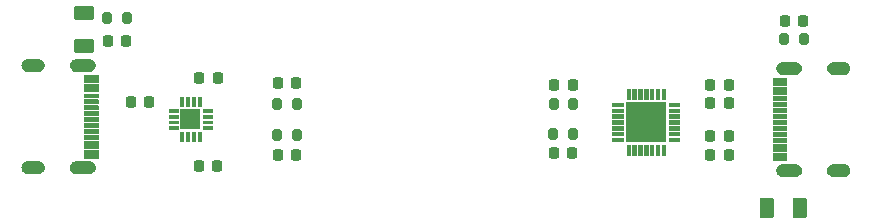
<source format=gtp>
%TF.GenerationSoftware,KiCad,Pcbnew,(6.0.8)*%
%TF.CreationDate,2022-10-14T17:06:17+08:00*%
%TF.ProjectId,UINIO-USB-UART,55494e49-4f2d-4555-9342-2d554152542e,Hank*%
%TF.SameCoordinates,Original*%
%TF.FileFunction,Paste,Top*%
%TF.FilePolarity,Positive*%
%FSLAX46Y46*%
G04 Gerber Fmt 4.6, Leading zero omitted, Abs format (unit mm)*
G04 Created by KiCad (PCBNEW (6.0.8)) date 2022-10-14 17:06:17*
%MOMM*%
%LPD*%
G01*
G04 APERTURE LIST*
G04 Aperture macros list*
%AMRoundRect*
0 Rectangle with rounded corners*
0 $1 Rounding radius*
0 $2 $3 $4 $5 $6 $7 $8 $9 X,Y pos of 4 corners*
0 Add a 4 corners polygon primitive as box body*
4,1,4,$2,$3,$4,$5,$6,$7,$8,$9,$2,$3,0*
0 Add four circle primitives for the rounded corners*
1,1,$1+$1,$2,$3*
1,1,$1+$1,$4,$5*
1,1,$1+$1,$6,$7*
1,1,$1+$1,$8,$9*
0 Add four rect primitives between the rounded corners*
20,1,$1+$1,$2,$3,$4,$5,0*
20,1,$1+$1,$4,$5,$6,$7,0*
20,1,$1+$1,$6,$7,$8,$9,0*
20,1,$1+$1,$8,$9,$2,$3,0*%
G04 Aperture macros list end*
%ADD10C,0.120000*%
%ADD11RoundRect,0.250000X-0.375000X-0.625000X0.375000X-0.625000X0.375000X0.625000X-0.375000X0.625000X0*%
%ADD12RoundRect,0.225000X-0.225000X-0.250000X0.225000X-0.250000X0.225000X0.250000X-0.225000X0.250000X0*%
%ADD13RoundRect,0.218750X0.218750X0.256250X-0.218750X0.256250X-0.218750X-0.256250X0.218750X-0.256250X0*%
%ADD14RoundRect,0.200000X-0.200000X-0.275000X0.200000X-0.275000X0.200000X0.275000X-0.200000X0.275000X0*%
%ADD15RoundRect,0.250000X0.625000X-0.375000X0.625000X0.375000X-0.625000X0.375000X-0.625000X-0.375000X0*%
%ADD16R,1.150000X0.600000*%
%ADD17R,1.150000X0.300000*%
%ADD18R,0.905000X0.280000*%
%ADD19R,0.280000X0.905000*%
%ADD20R,3.350000X3.350000*%
%ADD21RoundRect,0.225000X0.225000X0.250000X-0.225000X0.250000X-0.225000X-0.250000X0.225000X-0.250000X0*%
%ADD22RoundRect,0.200000X0.200000X0.275000X-0.200000X0.275000X-0.200000X-0.275000X0.200000X-0.275000X0*%
%ADD23RoundRect,0.218750X-0.218750X-0.256250X0.218750X-0.256250X0.218750X0.256250X-0.218750X0.256250X0*%
%ADD24R,0.250000X0.750000*%
%ADD25R,0.750000X0.250000*%
%ADD26R,1.700000X1.700000*%
G04 APERTURE END LIST*
%TO.C,USB2*%
G36*
X190291700Y-98420000D02*
G01*
X189141700Y-98420000D01*
X189141700Y-98120000D01*
X190291700Y-98120000D01*
X190291700Y-98420000D01*
G37*
D10*
X190291700Y-98420000D02*
X189141700Y-98420000D01*
X189141700Y-98120000D01*
X190291700Y-98120000D01*
X190291700Y-98420000D01*
G36*
X190291700Y-97120000D02*
G01*
X189141700Y-97120000D01*
X189141700Y-96520000D01*
X190291700Y-96520000D01*
X190291700Y-97120000D01*
G37*
X190291700Y-97120000D02*
X189141700Y-97120000D01*
X189141700Y-96520000D01*
X190291700Y-96520000D01*
X190291700Y-97120000D01*
G36*
X190291700Y-97920000D02*
G01*
X189141700Y-97920000D01*
X189141700Y-97320000D01*
X190291700Y-97320000D01*
X190291700Y-97920000D01*
G37*
X190291700Y-97920000D02*
X189141700Y-97920000D01*
X189141700Y-97320000D01*
X190291700Y-97320000D01*
X190291700Y-97920000D01*
G36*
X190291700Y-101920000D02*
G01*
X189141700Y-101920000D01*
X189141700Y-101620000D01*
X190291700Y-101620000D01*
X190291700Y-101920000D01*
G37*
X190291700Y-101920000D02*
X189141700Y-101920000D01*
X189141700Y-101620000D01*
X190291700Y-101620000D01*
X190291700Y-101920000D01*
G36*
X190291700Y-100920000D02*
G01*
X189141700Y-100920000D01*
X189141700Y-100620000D01*
X190291700Y-100620000D01*
X190291700Y-100920000D01*
G37*
X190291700Y-100920000D02*
X189141700Y-100920000D01*
X189141700Y-100620000D01*
X190291700Y-100620000D01*
X190291700Y-100920000D01*
G36*
X190291700Y-101420000D02*
G01*
X189141700Y-101420000D01*
X189141700Y-101120000D01*
X190291700Y-101120000D01*
X190291700Y-101420000D01*
G37*
X190291700Y-101420000D02*
X189141700Y-101420000D01*
X189141700Y-101120000D01*
X190291700Y-101120000D01*
X190291700Y-101420000D01*
G36*
X190291700Y-103520000D02*
G01*
X189141700Y-103520000D01*
X189141700Y-102920000D01*
X190291700Y-102920000D01*
X190291700Y-103520000D01*
G37*
X190291700Y-103520000D02*
X189141700Y-103520000D01*
X189141700Y-102920000D01*
X190291700Y-102920000D01*
X190291700Y-103520000D01*
G36*
X190291700Y-99920000D02*
G01*
X189141700Y-99920000D01*
X189141700Y-99620000D01*
X190291700Y-99620000D01*
X190291700Y-99920000D01*
G37*
X190291700Y-99920000D02*
X189141700Y-99920000D01*
X189141700Y-99620000D01*
X190291700Y-99620000D01*
X190291700Y-99920000D01*
G36*
X190291700Y-99420000D02*
G01*
X189141700Y-99420000D01*
X189141700Y-99120000D01*
X190291700Y-99120000D01*
X190291700Y-99420000D01*
G37*
X190291700Y-99420000D02*
X189141700Y-99420000D01*
X189141700Y-99120000D01*
X190291700Y-99120000D01*
X190291700Y-99420000D01*
G36*
X195226700Y-95205000D02*
G01*
X195320700Y-95233000D01*
X195406700Y-95279000D01*
X195482700Y-95341000D01*
X195544700Y-95417000D01*
X195590700Y-95504000D01*
X195619700Y-95597000D01*
X195628700Y-95695000D01*
X195619700Y-95793000D01*
X195590700Y-95886000D01*
X195544700Y-95973000D01*
X195482700Y-96049000D01*
X195406700Y-96111000D01*
X195320700Y-96157000D01*
X195226700Y-96185000D01*
X195128700Y-96195000D01*
X194228700Y-96195000D01*
X194131700Y-96185000D01*
X194037700Y-96157000D01*
X193951700Y-96111000D01*
X193875700Y-96049000D01*
X193813700Y-95973000D01*
X193766700Y-95886000D01*
X193738700Y-95793000D01*
X193728700Y-95695000D01*
X193738700Y-95597000D01*
X193766700Y-95504000D01*
X193813700Y-95417000D01*
X193875700Y-95341000D01*
X193951700Y-95279000D01*
X194037700Y-95233000D01*
X194131700Y-95205000D01*
X194228700Y-95195000D01*
X195128700Y-95195000D01*
X195226700Y-95205000D01*
G37*
X195226700Y-95205000D02*
X195320700Y-95233000D01*
X195406700Y-95279000D01*
X195482700Y-95341000D01*
X195544700Y-95417000D01*
X195590700Y-95504000D01*
X195619700Y-95597000D01*
X195628700Y-95695000D01*
X195619700Y-95793000D01*
X195590700Y-95886000D01*
X195544700Y-95973000D01*
X195482700Y-96049000D01*
X195406700Y-96111000D01*
X195320700Y-96157000D01*
X195226700Y-96185000D01*
X195128700Y-96195000D01*
X194228700Y-96195000D01*
X194131700Y-96185000D01*
X194037700Y-96157000D01*
X193951700Y-96111000D01*
X193875700Y-96049000D01*
X193813700Y-95973000D01*
X193766700Y-95886000D01*
X193738700Y-95793000D01*
X193728700Y-95695000D01*
X193738700Y-95597000D01*
X193766700Y-95504000D01*
X193813700Y-95417000D01*
X193875700Y-95341000D01*
X193951700Y-95279000D01*
X194037700Y-95233000D01*
X194131700Y-95205000D01*
X194228700Y-95195000D01*
X195128700Y-95195000D01*
X195226700Y-95205000D01*
G36*
X195226700Y-103855000D02*
G01*
X195320700Y-103883000D01*
X195406700Y-103929000D01*
X195482700Y-103991000D01*
X195544700Y-104067000D01*
X195590700Y-104154000D01*
X195619700Y-104247000D01*
X195628700Y-104345000D01*
X195619700Y-104443000D01*
X195590700Y-104536000D01*
X195544700Y-104623000D01*
X195482700Y-104699000D01*
X195406700Y-104761000D01*
X195320700Y-104807000D01*
X195226700Y-104835000D01*
X195128700Y-104845000D01*
X194228700Y-104845000D01*
X194131700Y-104835000D01*
X194037700Y-104807000D01*
X193951700Y-104761000D01*
X193875700Y-104699000D01*
X193813700Y-104623000D01*
X193766700Y-104536000D01*
X193738700Y-104443000D01*
X193728700Y-104345000D01*
X193738700Y-104247000D01*
X193766700Y-104154000D01*
X193813700Y-104067000D01*
X193875700Y-103991000D01*
X193951700Y-103929000D01*
X194037700Y-103883000D01*
X194131700Y-103855000D01*
X194228700Y-103845000D01*
X195128700Y-103845000D01*
X195226700Y-103855000D01*
G37*
X195226700Y-103855000D02*
X195320700Y-103883000D01*
X195406700Y-103929000D01*
X195482700Y-103991000D01*
X195544700Y-104067000D01*
X195590700Y-104154000D01*
X195619700Y-104247000D01*
X195628700Y-104345000D01*
X195619700Y-104443000D01*
X195590700Y-104536000D01*
X195544700Y-104623000D01*
X195482700Y-104699000D01*
X195406700Y-104761000D01*
X195320700Y-104807000D01*
X195226700Y-104835000D01*
X195128700Y-104845000D01*
X194228700Y-104845000D01*
X194131700Y-104835000D01*
X194037700Y-104807000D01*
X193951700Y-104761000D01*
X193875700Y-104699000D01*
X193813700Y-104623000D01*
X193766700Y-104536000D01*
X193738700Y-104443000D01*
X193728700Y-104345000D01*
X193738700Y-104247000D01*
X193766700Y-104154000D01*
X193813700Y-104067000D01*
X193875700Y-103991000D01*
X193951700Y-103929000D01*
X194037700Y-103883000D01*
X194131700Y-103855000D01*
X194228700Y-103845000D01*
X195128700Y-103845000D01*
X195226700Y-103855000D01*
G36*
X190291700Y-98920000D02*
G01*
X189141700Y-98920000D01*
X189141700Y-98620000D01*
X190291700Y-98620000D01*
X190291700Y-98920000D01*
G37*
X190291700Y-98920000D02*
X189141700Y-98920000D01*
X189141700Y-98620000D01*
X190291700Y-98620000D01*
X190291700Y-98920000D01*
G36*
X190291700Y-102720000D02*
G01*
X189141700Y-102720000D01*
X189141700Y-102120000D01*
X190291700Y-102120000D01*
X190291700Y-102720000D01*
G37*
X190291700Y-102720000D02*
X189141700Y-102720000D01*
X189141700Y-102120000D01*
X190291700Y-102120000D01*
X190291700Y-102720000D01*
G36*
X191126700Y-103855000D02*
G01*
X191220700Y-103883000D01*
X191306700Y-103929000D01*
X191382700Y-103991000D01*
X191444700Y-104067000D01*
X191490700Y-104154000D01*
X191519700Y-104247000D01*
X191528700Y-104345000D01*
X191519700Y-104443000D01*
X191490700Y-104536000D01*
X191444700Y-104623000D01*
X191382700Y-104699000D01*
X191306700Y-104761000D01*
X191220700Y-104807000D01*
X191126700Y-104835000D01*
X191028700Y-104845000D01*
X189928700Y-104845000D01*
X189831700Y-104835000D01*
X189737700Y-104807000D01*
X189651700Y-104761000D01*
X189575700Y-104699000D01*
X189513700Y-104623000D01*
X189466700Y-104536000D01*
X189438700Y-104443000D01*
X189428700Y-104345000D01*
X189438700Y-104247000D01*
X189466700Y-104154000D01*
X189513700Y-104067000D01*
X189575700Y-103991000D01*
X189651700Y-103929000D01*
X189737700Y-103883000D01*
X189831700Y-103855000D01*
X189928700Y-103845000D01*
X191028700Y-103845000D01*
X191126700Y-103855000D01*
G37*
X191126700Y-103855000D02*
X191220700Y-103883000D01*
X191306700Y-103929000D01*
X191382700Y-103991000D01*
X191444700Y-104067000D01*
X191490700Y-104154000D01*
X191519700Y-104247000D01*
X191528700Y-104345000D01*
X191519700Y-104443000D01*
X191490700Y-104536000D01*
X191444700Y-104623000D01*
X191382700Y-104699000D01*
X191306700Y-104761000D01*
X191220700Y-104807000D01*
X191126700Y-104835000D01*
X191028700Y-104845000D01*
X189928700Y-104845000D01*
X189831700Y-104835000D01*
X189737700Y-104807000D01*
X189651700Y-104761000D01*
X189575700Y-104699000D01*
X189513700Y-104623000D01*
X189466700Y-104536000D01*
X189438700Y-104443000D01*
X189428700Y-104345000D01*
X189438700Y-104247000D01*
X189466700Y-104154000D01*
X189513700Y-104067000D01*
X189575700Y-103991000D01*
X189651700Y-103929000D01*
X189737700Y-103883000D01*
X189831700Y-103855000D01*
X189928700Y-103845000D01*
X191028700Y-103845000D01*
X191126700Y-103855000D01*
G36*
X191126700Y-95205000D02*
G01*
X191220700Y-95233000D01*
X191306700Y-95279000D01*
X191382700Y-95341000D01*
X191444700Y-95417000D01*
X191490700Y-95504000D01*
X191519700Y-95597000D01*
X191528700Y-95695000D01*
X191519700Y-95793000D01*
X191490700Y-95886000D01*
X191444700Y-95973000D01*
X191382700Y-96049000D01*
X191306700Y-96111000D01*
X191220700Y-96157000D01*
X191126700Y-96185000D01*
X191028700Y-96195000D01*
X189928700Y-96195000D01*
X189831700Y-96185000D01*
X189737700Y-96157000D01*
X189651700Y-96111000D01*
X189575700Y-96049000D01*
X189513700Y-95973000D01*
X189466700Y-95886000D01*
X189438700Y-95793000D01*
X189428700Y-95695000D01*
X189438700Y-95597000D01*
X189466700Y-95504000D01*
X189513700Y-95417000D01*
X189575700Y-95341000D01*
X189651700Y-95279000D01*
X189737700Y-95233000D01*
X189831700Y-95205000D01*
X189928700Y-95195000D01*
X191028700Y-95195000D01*
X191126700Y-95205000D01*
G37*
X191126700Y-95205000D02*
X191220700Y-95233000D01*
X191306700Y-95279000D01*
X191382700Y-95341000D01*
X191444700Y-95417000D01*
X191490700Y-95504000D01*
X191519700Y-95597000D01*
X191528700Y-95695000D01*
X191519700Y-95793000D01*
X191490700Y-95886000D01*
X191444700Y-95973000D01*
X191382700Y-96049000D01*
X191306700Y-96111000D01*
X191220700Y-96157000D01*
X191126700Y-96185000D01*
X191028700Y-96195000D01*
X189928700Y-96195000D01*
X189831700Y-96185000D01*
X189737700Y-96157000D01*
X189651700Y-96111000D01*
X189575700Y-96049000D01*
X189513700Y-95973000D01*
X189466700Y-95886000D01*
X189438700Y-95793000D01*
X189428700Y-95695000D01*
X189438700Y-95597000D01*
X189466700Y-95504000D01*
X189513700Y-95417000D01*
X189575700Y-95341000D01*
X189651700Y-95279000D01*
X189737700Y-95233000D01*
X189831700Y-95205000D01*
X189928700Y-95195000D01*
X191028700Y-95195000D01*
X191126700Y-95205000D01*
G36*
X190291700Y-100420000D02*
G01*
X189141700Y-100420000D01*
X189141700Y-100120000D01*
X190291700Y-100120000D01*
X190291700Y-100420000D01*
G37*
X190291700Y-100420000D02*
X189141700Y-100420000D01*
X189141700Y-100120000D01*
X190291700Y-100120000D01*
X190291700Y-100420000D01*
%TO.C,U1*%
G36*
X181220000Y-101400000D02*
G01*
X180315000Y-101400000D01*
X180315000Y-101120000D01*
X181220000Y-101120000D01*
X181220000Y-101400000D01*
G37*
X181220000Y-101400000D02*
X180315000Y-101400000D01*
X180315000Y-101120000D01*
X181220000Y-101120000D01*
X181220000Y-101400000D01*
G36*
X177030000Y-103090000D02*
G01*
X176750000Y-103090000D01*
X176750000Y-102185000D01*
X177030000Y-102185000D01*
X177030000Y-103090000D01*
G37*
X177030000Y-103090000D02*
X176750000Y-103090000D01*
X176750000Y-102185000D01*
X177030000Y-102185000D01*
X177030000Y-103090000D01*
G36*
X180030000Y-103090000D02*
G01*
X179750000Y-103090000D01*
X179750000Y-102185000D01*
X180030000Y-102185000D01*
X180030000Y-103090000D01*
G37*
X180030000Y-103090000D02*
X179750000Y-103090000D01*
X179750000Y-102185000D01*
X180030000Y-102185000D01*
X180030000Y-103090000D01*
G36*
X177530000Y-103090000D02*
G01*
X177250000Y-103090000D01*
X177250000Y-102185000D01*
X177530000Y-102185000D01*
X177530000Y-103090000D01*
G37*
X177530000Y-103090000D02*
X177250000Y-103090000D01*
X177250000Y-102185000D01*
X177530000Y-102185000D01*
X177530000Y-103090000D01*
G36*
X176465000Y-100400000D02*
G01*
X175560000Y-100400000D01*
X175560000Y-100120000D01*
X176465000Y-100120000D01*
X176465000Y-100400000D01*
G37*
X176465000Y-100400000D02*
X175560000Y-100400000D01*
X175560000Y-100120000D01*
X176465000Y-100120000D01*
X176465000Y-100400000D01*
G36*
X176465000Y-100900000D02*
G01*
X175560000Y-100900000D01*
X175560000Y-100620000D01*
X176465000Y-100620000D01*
X176465000Y-100900000D01*
G37*
X176465000Y-100900000D02*
X175560000Y-100900000D01*
X175560000Y-100620000D01*
X176465000Y-100620000D01*
X176465000Y-100900000D01*
G36*
X179530000Y-98335000D02*
G01*
X179250000Y-98335000D01*
X179250000Y-97430000D01*
X179530000Y-97430000D01*
X179530000Y-98335000D01*
G37*
X179530000Y-98335000D02*
X179250000Y-98335000D01*
X179250000Y-97430000D01*
X179530000Y-97430000D01*
X179530000Y-98335000D01*
G36*
X180030000Y-98335000D02*
G01*
X179750000Y-98335000D01*
X179750000Y-97430000D01*
X180030000Y-97430000D01*
X180030000Y-98335000D01*
G37*
X180030000Y-98335000D02*
X179750000Y-98335000D01*
X179750000Y-97430000D01*
X180030000Y-97430000D01*
X180030000Y-98335000D01*
G36*
X176465000Y-99400000D02*
G01*
X175560000Y-99400000D01*
X175560000Y-99120000D01*
X176465000Y-99120000D01*
X176465000Y-99400000D01*
G37*
X176465000Y-99400000D02*
X175560000Y-99400000D01*
X175560000Y-99120000D01*
X176465000Y-99120000D01*
X176465000Y-99400000D01*
G36*
X176465000Y-98900000D02*
G01*
X175560000Y-98900000D01*
X175560000Y-98620000D01*
X176465000Y-98620000D01*
X176465000Y-98900000D01*
G37*
X176465000Y-98900000D02*
X175560000Y-98900000D01*
X175560000Y-98620000D01*
X176465000Y-98620000D01*
X176465000Y-98900000D01*
G36*
X177530000Y-98335000D02*
G01*
X177250000Y-98335000D01*
X177250000Y-97430000D01*
X177530000Y-97430000D01*
X177530000Y-98335000D01*
G37*
X177530000Y-98335000D02*
X177250000Y-98335000D01*
X177250000Y-97430000D01*
X177530000Y-97430000D01*
X177530000Y-98335000D01*
G36*
X181220000Y-100400000D02*
G01*
X180315000Y-100400000D01*
X180315000Y-100120000D01*
X181220000Y-100120000D01*
X181220000Y-100400000D01*
G37*
X181220000Y-100400000D02*
X180315000Y-100400000D01*
X180315000Y-100120000D01*
X181220000Y-100120000D01*
X181220000Y-100400000D01*
G36*
X179030000Y-103090000D02*
G01*
X178750000Y-103090000D01*
X178750000Y-102185000D01*
X179030000Y-102185000D01*
X179030000Y-103090000D01*
G37*
X179030000Y-103090000D02*
X178750000Y-103090000D01*
X178750000Y-102185000D01*
X179030000Y-102185000D01*
X179030000Y-103090000D01*
G36*
X179530000Y-103090000D02*
G01*
X179250000Y-103090000D01*
X179250000Y-102185000D01*
X179530000Y-102185000D01*
X179530000Y-103090000D01*
G37*
X179530000Y-103090000D02*
X179250000Y-103090000D01*
X179250000Y-102185000D01*
X179530000Y-102185000D01*
X179530000Y-103090000D01*
G36*
X178530000Y-103090000D02*
G01*
X178250000Y-103090000D01*
X178250000Y-102185000D01*
X178530000Y-102185000D01*
X178530000Y-103090000D01*
G37*
X178530000Y-103090000D02*
X178250000Y-103090000D01*
X178250000Y-102185000D01*
X178530000Y-102185000D01*
X178530000Y-103090000D01*
G36*
X181220000Y-99400000D02*
G01*
X180315000Y-99400000D01*
X180315000Y-99120000D01*
X181220000Y-99120000D01*
X181220000Y-99400000D01*
G37*
X181220000Y-99400000D02*
X180315000Y-99400000D01*
X180315000Y-99120000D01*
X181220000Y-99120000D01*
X181220000Y-99400000D01*
G36*
X181220000Y-99900000D02*
G01*
X180315000Y-99900000D01*
X180315000Y-99620000D01*
X181220000Y-99620000D01*
X181220000Y-99900000D01*
G37*
X181220000Y-99900000D02*
X180315000Y-99900000D01*
X180315000Y-99620000D01*
X181220000Y-99620000D01*
X181220000Y-99900000D01*
G36*
X177030000Y-98335000D02*
G01*
X176750000Y-98335000D01*
X176750000Y-97430000D01*
X177030000Y-97430000D01*
X177030000Y-98335000D01*
G37*
X177030000Y-98335000D02*
X176750000Y-98335000D01*
X176750000Y-97430000D01*
X177030000Y-97430000D01*
X177030000Y-98335000D01*
G36*
X178530000Y-98335000D02*
G01*
X178250000Y-98335000D01*
X178250000Y-97430000D01*
X178530000Y-97430000D01*
X178530000Y-98335000D01*
G37*
X178530000Y-98335000D02*
X178250000Y-98335000D01*
X178250000Y-97430000D01*
X178530000Y-97430000D01*
X178530000Y-98335000D01*
G36*
X179740000Y-101610000D02*
G01*
X177040000Y-101610000D01*
X177040000Y-98910000D01*
X179740000Y-98910000D01*
X179740000Y-101610000D01*
G37*
X179740000Y-101610000D02*
X177040000Y-101610000D01*
X177040000Y-98910000D01*
X179740000Y-98910000D01*
X179740000Y-101610000D01*
G36*
X181220000Y-98900000D02*
G01*
X180315000Y-98900000D01*
X180315000Y-98620000D01*
X181220000Y-98620000D01*
X181220000Y-98900000D01*
G37*
X181220000Y-98900000D02*
X180315000Y-98900000D01*
X180315000Y-98620000D01*
X181220000Y-98620000D01*
X181220000Y-98900000D01*
G36*
X181220000Y-100900000D02*
G01*
X180315000Y-100900000D01*
X180315000Y-100620000D01*
X181220000Y-100620000D01*
X181220000Y-100900000D01*
G37*
X181220000Y-100900000D02*
X180315000Y-100900000D01*
X180315000Y-100620000D01*
X181220000Y-100620000D01*
X181220000Y-100900000D01*
G36*
X179030000Y-98335000D02*
G01*
X178750000Y-98335000D01*
X178750000Y-97430000D01*
X179030000Y-97430000D01*
X179030000Y-98335000D01*
G37*
X179030000Y-98335000D02*
X178750000Y-98335000D01*
X178750000Y-97430000D01*
X179030000Y-97430000D01*
X179030000Y-98335000D01*
G36*
X176465000Y-101900000D02*
G01*
X175560000Y-101900000D01*
X175560000Y-101620000D01*
X176465000Y-101620000D01*
X176465000Y-101900000D01*
G37*
X176465000Y-101900000D02*
X175560000Y-101900000D01*
X175560000Y-101620000D01*
X176465000Y-101620000D01*
X176465000Y-101900000D01*
G36*
X181220000Y-101900000D02*
G01*
X180315000Y-101900000D01*
X180315000Y-101620000D01*
X181220000Y-101620000D01*
X181220000Y-101900000D01*
G37*
X181220000Y-101900000D02*
X180315000Y-101900000D01*
X180315000Y-101620000D01*
X181220000Y-101620000D01*
X181220000Y-101900000D01*
G36*
X176465000Y-101400000D02*
G01*
X175560000Y-101400000D01*
X175560000Y-101120000D01*
X176465000Y-101120000D01*
X176465000Y-101400000D01*
G37*
X176465000Y-101400000D02*
X175560000Y-101400000D01*
X175560000Y-101120000D01*
X176465000Y-101120000D01*
X176465000Y-101400000D01*
G36*
X176465000Y-99900000D02*
G01*
X175560000Y-99900000D01*
X175560000Y-99620000D01*
X176465000Y-99620000D01*
X176465000Y-99900000D01*
G37*
X176465000Y-99900000D02*
X175560000Y-99900000D01*
X175560000Y-99620000D01*
X176465000Y-99620000D01*
X176465000Y-99900000D01*
G36*
X178030000Y-103090000D02*
G01*
X177750000Y-103090000D01*
X177750000Y-102185000D01*
X178030000Y-102185000D01*
X178030000Y-103090000D01*
G37*
X178030000Y-103090000D02*
X177750000Y-103090000D01*
X177750000Y-102185000D01*
X178030000Y-102185000D01*
X178030000Y-103090000D01*
G36*
X178030000Y-98335000D02*
G01*
X177750000Y-98335000D01*
X177750000Y-97430000D01*
X178030000Y-97430000D01*
X178030000Y-98335000D01*
G37*
X178030000Y-98335000D02*
X177750000Y-98335000D01*
X177750000Y-97430000D01*
X178030000Y-97430000D01*
X178030000Y-98335000D01*
%TO.C,USB1*%
G36*
X127018500Y-103605000D02*
G01*
X127112500Y-103633000D01*
X127198500Y-103679000D01*
X127274500Y-103741000D01*
X127336500Y-103817000D01*
X127383500Y-103904000D01*
X127411500Y-103997000D01*
X127421500Y-104095000D01*
X127411500Y-104193000D01*
X127383500Y-104286000D01*
X127336500Y-104373000D01*
X127274500Y-104449000D01*
X127198500Y-104511000D01*
X127112500Y-104557000D01*
X127018500Y-104585000D01*
X126921500Y-104595000D01*
X126021500Y-104595000D01*
X125923500Y-104585000D01*
X125829500Y-104557000D01*
X125743500Y-104511000D01*
X125667500Y-104449000D01*
X125605500Y-104373000D01*
X125559500Y-104286000D01*
X125530500Y-104193000D01*
X125521500Y-104095000D01*
X125530500Y-103997000D01*
X125559500Y-103904000D01*
X125605500Y-103817000D01*
X125667500Y-103741000D01*
X125743500Y-103679000D01*
X125829500Y-103633000D01*
X125923500Y-103605000D01*
X126021500Y-103595000D01*
X126921500Y-103595000D01*
X127018500Y-103605000D01*
G37*
X127018500Y-103605000D02*
X127112500Y-103633000D01*
X127198500Y-103679000D01*
X127274500Y-103741000D01*
X127336500Y-103817000D01*
X127383500Y-103904000D01*
X127411500Y-103997000D01*
X127421500Y-104095000D01*
X127411500Y-104193000D01*
X127383500Y-104286000D01*
X127336500Y-104373000D01*
X127274500Y-104449000D01*
X127198500Y-104511000D01*
X127112500Y-104557000D01*
X127018500Y-104585000D01*
X126921500Y-104595000D01*
X126021500Y-104595000D01*
X125923500Y-104585000D01*
X125829500Y-104557000D01*
X125743500Y-104511000D01*
X125667500Y-104449000D01*
X125605500Y-104373000D01*
X125559500Y-104286000D01*
X125530500Y-104193000D01*
X125521500Y-104095000D01*
X125530500Y-103997000D01*
X125559500Y-103904000D01*
X125605500Y-103817000D01*
X125667500Y-103741000D01*
X125743500Y-103679000D01*
X125829500Y-103633000D01*
X125923500Y-103605000D01*
X126021500Y-103595000D01*
X126921500Y-103595000D01*
X127018500Y-103605000D01*
G36*
X131318500Y-103605000D02*
G01*
X131412500Y-103633000D01*
X131498500Y-103679000D01*
X131574500Y-103741000D01*
X131636500Y-103817000D01*
X131683500Y-103904000D01*
X131711500Y-103997000D01*
X131721500Y-104095000D01*
X131711500Y-104193000D01*
X131683500Y-104286000D01*
X131636500Y-104373000D01*
X131574500Y-104449000D01*
X131498500Y-104511000D01*
X131412500Y-104557000D01*
X131318500Y-104585000D01*
X131221500Y-104595000D01*
X130121500Y-104595000D01*
X130023500Y-104585000D01*
X129929500Y-104557000D01*
X129843500Y-104511000D01*
X129767500Y-104449000D01*
X129705500Y-104373000D01*
X129659500Y-104286000D01*
X129630500Y-104193000D01*
X129621500Y-104095000D01*
X129630500Y-103997000D01*
X129659500Y-103904000D01*
X129705500Y-103817000D01*
X129767500Y-103741000D01*
X129843500Y-103679000D01*
X129929500Y-103633000D01*
X130023500Y-103605000D01*
X130121500Y-103595000D01*
X131221500Y-103595000D01*
X131318500Y-103605000D01*
G37*
X131318500Y-103605000D02*
X131412500Y-103633000D01*
X131498500Y-103679000D01*
X131574500Y-103741000D01*
X131636500Y-103817000D01*
X131683500Y-103904000D01*
X131711500Y-103997000D01*
X131721500Y-104095000D01*
X131711500Y-104193000D01*
X131683500Y-104286000D01*
X131636500Y-104373000D01*
X131574500Y-104449000D01*
X131498500Y-104511000D01*
X131412500Y-104557000D01*
X131318500Y-104585000D01*
X131221500Y-104595000D01*
X130121500Y-104595000D01*
X130023500Y-104585000D01*
X129929500Y-104557000D01*
X129843500Y-104511000D01*
X129767500Y-104449000D01*
X129705500Y-104373000D01*
X129659500Y-104286000D01*
X129630500Y-104193000D01*
X129621500Y-104095000D01*
X129630500Y-103997000D01*
X129659500Y-103904000D01*
X129705500Y-103817000D01*
X129767500Y-103741000D01*
X129843500Y-103679000D01*
X129929500Y-103633000D01*
X130023500Y-103605000D01*
X130121500Y-103595000D01*
X131221500Y-103595000D01*
X131318500Y-103605000D01*
G36*
X131318500Y-94955000D02*
G01*
X131412500Y-94983000D01*
X131498500Y-95029000D01*
X131574500Y-95091000D01*
X131636500Y-95167000D01*
X131683500Y-95254000D01*
X131711500Y-95347000D01*
X131721500Y-95445000D01*
X131711500Y-95543000D01*
X131683500Y-95636000D01*
X131636500Y-95723000D01*
X131574500Y-95799000D01*
X131498500Y-95861000D01*
X131412500Y-95907000D01*
X131318500Y-95935000D01*
X131221500Y-95945000D01*
X130121500Y-95945000D01*
X130023500Y-95935000D01*
X129929500Y-95907000D01*
X129843500Y-95861000D01*
X129767500Y-95799000D01*
X129705500Y-95723000D01*
X129659500Y-95636000D01*
X129630500Y-95543000D01*
X129621500Y-95445000D01*
X129630500Y-95347000D01*
X129659500Y-95254000D01*
X129705500Y-95167000D01*
X129767500Y-95091000D01*
X129843500Y-95029000D01*
X129929500Y-94983000D01*
X130023500Y-94955000D01*
X130121500Y-94945000D01*
X131221500Y-94945000D01*
X131318500Y-94955000D01*
G37*
X131318500Y-94955000D02*
X131412500Y-94983000D01*
X131498500Y-95029000D01*
X131574500Y-95091000D01*
X131636500Y-95167000D01*
X131683500Y-95254000D01*
X131711500Y-95347000D01*
X131721500Y-95445000D01*
X131711500Y-95543000D01*
X131683500Y-95636000D01*
X131636500Y-95723000D01*
X131574500Y-95799000D01*
X131498500Y-95861000D01*
X131412500Y-95907000D01*
X131318500Y-95935000D01*
X131221500Y-95945000D01*
X130121500Y-95945000D01*
X130023500Y-95935000D01*
X129929500Y-95907000D01*
X129843500Y-95861000D01*
X129767500Y-95799000D01*
X129705500Y-95723000D01*
X129659500Y-95636000D01*
X129630500Y-95543000D01*
X129621500Y-95445000D01*
X129630500Y-95347000D01*
X129659500Y-95254000D01*
X129705500Y-95167000D01*
X129767500Y-95091000D01*
X129843500Y-95029000D01*
X129929500Y-94983000D01*
X130023500Y-94955000D01*
X130121500Y-94945000D01*
X131221500Y-94945000D01*
X131318500Y-94955000D01*
G36*
X127018500Y-94955000D02*
G01*
X127112500Y-94983000D01*
X127198500Y-95029000D01*
X127274500Y-95091000D01*
X127336500Y-95167000D01*
X127383500Y-95254000D01*
X127411500Y-95347000D01*
X127421500Y-95445000D01*
X127411500Y-95543000D01*
X127383500Y-95636000D01*
X127336500Y-95723000D01*
X127274500Y-95799000D01*
X127198500Y-95861000D01*
X127112500Y-95907000D01*
X127018500Y-95935000D01*
X126921500Y-95945000D01*
X126021500Y-95945000D01*
X125923500Y-95935000D01*
X125829500Y-95907000D01*
X125743500Y-95861000D01*
X125667500Y-95799000D01*
X125605500Y-95723000D01*
X125559500Y-95636000D01*
X125530500Y-95543000D01*
X125521500Y-95445000D01*
X125530500Y-95347000D01*
X125559500Y-95254000D01*
X125605500Y-95167000D01*
X125667500Y-95091000D01*
X125743500Y-95029000D01*
X125829500Y-94983000D01*
X125923500Y-94955000D01*
X126021500Y-94945000D01*
X126921500Y-94945000D01*
X127018500Y-94955000D01*
G37*
X127018500Y-94955000D02*
X127112500Y-94983000D01*
X127198500Y-95029000D01*
X127274500Y-95091000D01*
X127336500Y-95167000D01*
X127383500Y-95254000D01*
X127411500Y-95347000D01*
X127421500Y-95445000D01*
X127411500Y-95543000D01*
X127383500Y-95636000D01*
X127336500Y-95723000D01*
X127274500Y-95799000D01*
X127198500Y-95861000D01*
X127112500Y-95907000D01*
X127018500Y-95935000D01*
X126921500Y-95945000D01*
X126021500Y-95945000D01*
X125923500Y-95935000D01*
X125829500Y-95907000D01*
X125743500Y-95861000D01*
X125667500Y-95799000D01*
X125605500Y-95723000D01*
X125559500Y-95636000D01*
X125530500Y-95543000D01*
X125521500Y-95445000D01*
X125530500Y-95347000D01*
X125559500Y-95254000D01*
X125605500Y-95167000D01*
X125667500Y-95091000D01*
X125743500Y-95029000D01*
X125829500Y-94983000D01*
X125923500Y-94955000D01*
X126021500Y-94945000D01*
X126921500Y-94945000D01*
X127018500Y-94955000D01*
G36*
X132008500Y-101170000D02*
G01*
X130858500Y-101170000D01*
X130858500Y-100870000D01*
X132008500Y-100870000D01*
X132008500Y-101170000D01*
G37*
X132008500Y-101170000D02*
X130858500Y-101170000D01*
X130858500Y-100870000D01*
X132008500Y-100870000D01*
X132008500Y-101170000D01*
G36*
X132008500Y-97670000D02*
G01*
X130858500Y-97670000D01*
X130858500Y-97070000D01*
X132008500Y-97070000D01*
X132008500Y-97670000D01*
G37*
X132008500Y-97670000D02*
X130858500Y-97670000D01*
X130858500Y-97070000D01*
X132008500Y-97070000D01*
X132008500Y-97670000D01*
G36*
X132008500Y-100670000D02*
G01*
X130858500Y-100670000D01*
X130858500Y-100370000D01*
X132008500Y-100370000D01*
X132008500Y-100670000D01*
G37*
X132008500Y-100670000D02*
X130858500Y-100670000D01*
X130858500Y-100370000D01*
X132008500Y-100370000D01*
X132008500Y-100670000D01*
G36*
X132008500Y-99170000D02*
G01*
X130858500Y-99170000D01*
X130858500Y-98870000D01*
X132008500Y-98870000D01*
X132008500Y-99170000D01*
G37*
X132008500Y-99170000D02*
X130858500Y-99170000D01*
X130858500Y-98870000D01*
X132008500Y-98870000D01*
X132008500Y-99170000D01*
G36*
X132008500Y-103270000D02*
G01*
X130858500Y-103270000D01*
X130858500Y-102670000D01*
X132008500Y-102670000D01*
X132008500Y-103270000D01*
G37*
X132008500Y-103270000D02*
X130858500Y-103270000D01*
X130858500Y-102670000D01*
X132008500Y-102670000D01*
X132008500Y-103270000D01*
G36*
X132008500Y-102470000D02*
G01*
X130858500Y-102470000D01*
X130858500Y-101870000D01*
X132008500Y-101870000D01*
X132008500Y-102470000D01*
G37*
X132008500Y-102470000D02*
X130858500Y-102470000D01*
X130858500Y-101870000D01*
X132008500Y-101870000D01*
X132008500Y-102470000D01*
G36*
X132008500Y-96870000D02*
G01*
X130858500Y-96870000D01*
X130858500Y-96270000D01*
X132008500Y-96270000D01*
X132008500Y-96870000D01*
G37*
X132008500Y-96870000D02*
X130858500Y-96870000D01*
X130858500Y-96270000D01*
X132008500Y-96270000D01*
X132008500Y-96870000D01*
G36*
X132008500Y-98670000D02*
G01*
X130858500Y-98670000D01*
X130858500Y-98370000D01*
X132008500Y-98370000D01*
X132008500Y-98670000D01*
G37*
X132008500Y-98670000D02*
X130858500Y-98670000D01*
X130858500Y-98370000D01*
X132008500Y-98370000D01*
X132008500Y-98670000D01*
G36*
X132008500Y-98170000D02*
G01*
X130858500Y-98170000D01*
X130858500Y-97870000D01*
X132008500Y-97870000D01*
X132008500Y-98170000D01*
G37*
X132008500Y-98170000D02*
X130858500Y-98170000D01*
X130858500Y-97870000D01*
X132008500Y-97870000D01*
X132008500Y-98170000D01*
G36*
X132008500Y-100170000D02*
G01*
X130858500Y-100170000D01*
X130858500Y-99870000D01*
X132008500Y-99870000D01*
X132008500Y-100170000D01*
G37*
X132008500Y-100170000D02*
X130858500Y-100170000D01*
X130858500Y-99870000D01*
X132008500Y-99870000D01*
X132008500Y-100170000D01*
G36*
X132008500Y-101670000D02*
G01*
X130858500Y-101670000D01*
X130858500Y-101370000D01*
X132008500Y-101370000D01*
X132008500Y-101670000D01*
G37*
X132008500Y-101670000D02*
X130858500Y-101670000D01*
X130858500Y-101370000D01*
X132008500Y-101370000D01*
X132008500Y-101670000D01*
G36*
X132008500Y-99670000D02*
G01*
X130858500Y-99670000D01*
X130858500Y-99370000D01*
X132008500Y-99370000D01*
X132008500Y-99670000D01*
G37*
X132008500Y-99670000D02*
X130858500Y-99670000D01*
X130858500Y-99370000D01*
X132008500Y-99370000D01*
X132008500Y-99670000D01*
%TO.C,U2*%
G36*
X141637800Y-100885000D02*
G01*
X140887800Y-100885000D01*
X140887800Y-100635000D01*
X141637800Y-100635000D01*
X141637800Y-100885000D01*
G37*
X141637800Y-100885000D02*
X140887800Y-100885000D01*
X140887800Y-100635000D01*
X141637800Y-100635000D01*
X141637800Y-100885000D01*
G36*
X139686800Y-101835000D02*
G01*
X139436800Y-101835000D01*
X139436800Y-101085000D01*
X139686800Y-101085000D01*
X139686800Y-101835000D01*
G37*
X139686800Y-101835000D02*
X139436800Y-101835000D01*
X139436800Y-101085000D01*
X139686800Y-101085000D01*
X139686800Y-101835000D01*
G36*
X141637800Y-100385000D02*
G01*
X140887800Y-100385000D01*
X140887800Y-100135000D01*
X141637800Y-100135000D01*
X141637800Y-100385000D01*
G37*
X141637800Y-100385000D02*
X140887800Y-100385000D01*
X140887800Y-100135000D01*
X141637800Y-100135000D01*
X141637800Y-100385000D01*
G36*
X141637800Y-99885000D02*
G01*
X140887800Y-99885000D01*
X140887800Y-99635000D01*
X141637800Y-99635000D01*
X141637800Y-99885000D01*
G37*
X141637800Y-99885000D02*
X140887800Y-99885000D01*
X140887800Y-99635000D01*
X141637800Y-99635000D01*
X141637800Y-99885000D01*
G36*
X140186800Y-98935000D02*
G01*
X139936800Y-98935000D01*
X139936800Y-98185000D01*
X140186800Y-98185000D01*
X140186800Y-98935000D01*
G37*
X140186800Y-98935000D02*
X139936800Y-98935000D01*
X139936800Y-98185000D01*
X140186800Y-98185000D01*
X140186800Y-98935000D01*
G36*
X140492800Y-100690000D02*
G01*
X139132800Y-100690000D01*
X139132800Y-99330000D01*
X140492800Y-99330000D01*
X140492800Y-100690000D01*
G37*
X140492800Y-100690000D02*
X139132800Y-100690000D01*
X139132800Y-99330000D01*
X140492800Y-99330000D01*
X140492800Y-100690000D01*
G36*
X140685800Y-98935000D02*
G01*
X140435800Y-98935000D01*
X140435800Y-98185000D01*
X140685800Y-98185000D01*
X140685800Y-98935000D01*
G37*
X140685800Y-98935000D02*
X140435800Y-98935000D01*
X140435800Y-98185000D01*
X140685800Y-98185000D01*
X140685800Y-98935000D01*
G36*
X139186800Y-101835000D02*
G01*
X138936800Y-101835000D01*
X138936800Y-101085000D01*
X139186800Y-101085000D01*
X139186800Y-101835000D01*
G37*
X139186800Y-101835000D02*
X138936800Y-101835000D01*
X138936800Y-101085000D01*
X139186800Y-101085000D01*
X139186800Y-101835000D01*
G36*
X138737800Y-100885000D02*
G01*
X137987800Y-100885000D01*
X137987800Y-100635000D01*
X138737800Y-100635000D01*
X138737800Y-100885000D01*
G37*
X138737800Y-100885000D02*
X137987800Y-100885000D01*
X137987800Y-100635000D01*
X138737800Y-100635000D01*
X138737800Y-100885000D01*
G36*
X140186800Y-101835000D02*
G01*
X139936800Y-101835000D01*
X139936800Y-101085000D01*
X140186800Y-101085000D01*
X140186800Y-101835000D01*
G37*
X140186800Y-101835000D02*
X139936800Y-101835000D01*
X139936800Y-101085000D01*
X140186800Y-101085000D01*
X140186800Y-101835000D01*
G36*
X141637800Y-99385000D02*
G01*
X140887800Y-99385000D01*
X140887800Y-99135000D01*
X141637800Y-99135000D01*
X141637800Y-99385000D01*
G37*
X141637800Y-99385000D02*
X140887800Y-99385000D01*
X140887800Y-99135000D01*
X141637800Y-99135000D01*
X141637800Y-99385000D01*
G36*
X138737800Y-99385000D02*
G01*
X137987800Y-99385000D01*
X137987800Y-99135000D01*
X138737800Y-99135000D01*
X138737800Y-99385000D01*
G37*
X138737800Y-99385000D02*
X137987800Y-99385000D01*
X137987800Y-99135000D01*
X138737800Y-99135000D01*
X138737800Y-99385000D01*
G36*
X138737800Y-100385000D02*
G01*
X137987800Y-100385000D01*
X137987800Y-100135000D01*
X138737800Y-100135000D01*
X138737800Y-100385000D01*
G37*
X138737800Y-100385000D02*
X137987800Y-100385000D01*
X137987800Y-100135000D01*
X138737800Y-100135000D01*
X138737800Y-100385000D01*
G36*
X138737800Y-99885000D02*
G01*
X137987800Y-99885000D01*
X137987800Y-99635000D01*
X138737800Y-99635000D01*
X138737800Y-99885000D01*
G37*
X138737800Y-99885000D02*
X137987800Y-99885000D01*
X137987800Y-99635000D01*
X138737800Y-99635000D01*
X138737800Y-99885000D01*
G36*
X139685800Y-98935000D02*
G01*
X139435800Y-98935000D01*
X139435800Y-98185000D01*
X139685800Y-98185000D01*
X139685800Y-98935000D01*
G37*
X139685800Y-98935000D02*
X139435800Y-98935000D01*
X139435800Y-98185000D01*
X139685800Y-98185000D01*
X139685800Y-98935000D01*
G36*
X140686800Y-101835000D02*
G01*
X140436800Y-101835000D01*
X140436800Y-101085000D01*
X140686800Y-101085000D01*
X140686800Y-101835000D01*
G37*
X140686800Y-101835000D02*
X140436800Y-101835000D01*
X140436800Y-101085000D01*
X140686800Y-101085000D01*
X140686800Y-101835000D01*
G36*
X139186800Y-98935000D02*
G01*
X138936800Y-98935000D01*
X138936800Y-98185000D01*
X139186800Y-98185000D01*
X139186800Y-98935000D01*
G37*
X139186800Y-98935000D02*
X138936800Y-98935000D01*
X138936800Y-98185000D01*
X139186800Y-98185000D01*
X139186800Y-98935000D01*
%TD*%
D11*
%TO.C,F2*%
X188660000Y-107570000D03*
X191460000Y-107570000D03*
%TD*%
D12*
%TO.C,C2*%
X183835000Y-98670000D03*
X185385000Y-98670000D03*
%TD*%
D13*
%TO.C,D2*%
X172180000Y-97160000D03*
X170605000Y-97160000D03*
%TD*%
D14*
%TO.C,R6*%
X147167500Y-101330002D03*
X148817500Y-101330002D03*
%TD*%
D15*
%TO.C,F1*%
X130812500Y-93820000D03*
X130812500Y-91020000D03*
%TD*%
D14*
%TO.C,R5*%
X147167500Y-98726668D03*
X148817500Y-98726668D03*
%TD*%
D16*
%TO.C,USB2*%
X189716700Y-103220000D03*
X189716700Y-102420000D03*
D17*
X189716700Y-101270000D03*
X189716700Y-100270000D03*
X189716700Y-99770000D03*
X189716700Y-98770000D03*
D16*
X189716700Y-96820000D03*
X189716700Y-97620000D03*
D17*
X189716700Y-98270000D03*
X189716700Y-99270000D03*
X189716700Y-100770000D03*
X189716700Y-101770000D03*
%TD*%
D18*
%TO.C,U1*%
X180767000Y-101760000D03*
X180767000Y-101260000D03*
X180767000Y-100760000D03*
X180767000Y-100260000D03*
X180767000Y-99760000D03*
X180767000Y-99260000D03*
X180767000Y-98760000D03*
D19*
X179890000Y-97883000D03*
X179390000Y-97883000D03*
X178890000Y-97883000D03*
X178390000Y-97883000D03*
X177890000Y-97883000D03*
X177390000Y-97883000D03*
X176890000Y-97883000D03*
D18*
X176013000Y-98760000D03*
X176013000Y-99260000D03*
X176013000Y-99760000D03*
X176013000Y-100260000D03*
X176013000Y-100760000D03*
X176013000Y-101260000D03*
X176013000Y-101760000D03*
D19*
X176890000Y-102637000D03*
X177390000Y-102637000D03*
X177890000Y-102637000D03*
X178390000Y-102637000D03*
X178890000Y-102637000D03*
X179390000Y-102637000D03*
X179890000Y-102637000D03*
D20*
X178390000Y-100260000D03*
%TD*%
D14*
%TO.C,R1*%
X132777500Y-91430000D03*
X134427500Y-91430000D03*
%TD*%
D13*
%TO.C,D5*%
X148800000Y-96960000D03*
X147225000Y-96960000D03*
%TD*%
D21*
%TO.C,C5*%
X142065000Y-103980000D03*
X140515000Y-103980000D03*
%TD*%
D12*
%TO.C,C7*%
X140593800Y-96520000D03*
X142143800Y-96520000D03*
%TD*%
D22*
%TO.C,R4*%
X191735000Y-93270000D03*
X190085000Y-93270000D03*
%TD*%
D12*
%TO.C,C4*%
X183835000Y-101468000D03*
X185385000Y-101468000D03*
%TD*%
D14*
%TO.C,R3*%
X170565000Y-101290000D03*
X172215000Y-101290000D03*
%TD*%
D16*
%TO.C,USB1*%
X131433500Y-96570000D03*
X131433500Y-97370000D03*
D17*
X131433500Y-98520000D03*
X131433500Y-99520000D03*
X131433500Y-100020000D03*
X131433500Y-101020000D03*
D16*
X131433500Y-102970000D03*
X131433500Y-102170000D03*
D17*
X131433500Y-101520000D03*
X131433500Y-100520000D03*
X131433500Y-99020000D03*
X131433500Y-98020000D03*
%TD*%
D13*
%TO.C,D3*%
X172173500Y-102852000D03*
X170598500Y-102852000D03*
%TD*%
%TO.C,D1*%
X134392000Y-93374000D03*
X132817000Y-93374000D03*
%TD*%
%TO.C,D6*%
X148800000Y-103096668D03*
X147225000Y-103096668D03*
%TD*%
D12*
%TO.C,C6*%
X134797800Y-98590000D03*
X136347800Y-98590000D03*
%TD*%
D23*
%TO.C,D4*%
X190132500Y-91670000D03*
X191707500Y-91670000D03*
%TD*%
D12*
%TO.C,C3*%
X183845000Y-103030000D03*
X185395000Y-103030000D03*
%TD*%
%TO.C,C1*%
X183835000Y-97150000D03*
X185385000Y-97150000D03*
%TD*%
D14*
%TO.C,R2*%
X170570000Y-98720000D03*
X172220000Y-98720000D03*
%TD*%
D24*
%TO.C,U2*%
X140560800Y-98560000D03*
X140061800Y-98560000D03*
X139560800Y-98560000D03*
X139061800Y-98560000D03*
D25*
X138362800Y-99260000D03*
X138362800Y-99760000D03*
X138362800Y-100260000D03*
X138362800Y-100760000D03*
D24*
X139062800Y-101460000D03*
X139562800Y-101460000D03*
X140062800Y-101460000D03*
X140561800Y-101460000D03*
D25*
X141262800Y-100760000D03*
X141262800Y-100260000D03*
X141262800Y-99760000D03*
X141262800Y-99260000D03*
D26*
X139812800Y-100010000D03*
%TD*%
M02*

</source>
